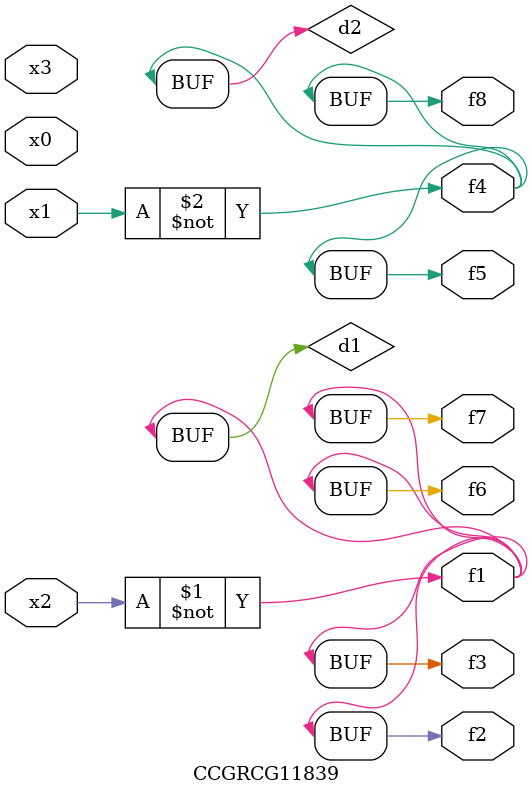
<source format=v>
module CCGRCG11839(
	input x0, x1, x2, x3,
	output f1, f2, f3, f4, f5, f6, f7, f8
);

	wire d1, d2;

	xnor (d1, x2);
	not (d2, x1);
	assign f1 = d1;
	assign f2 = d1;
	assign f3 = d1;
	assign f4 = d2;
	assign f5 = d2;
	assign f6 = d1;
	assign f7 = d1;
	assign f8 = d2;
endmodule

</source>
